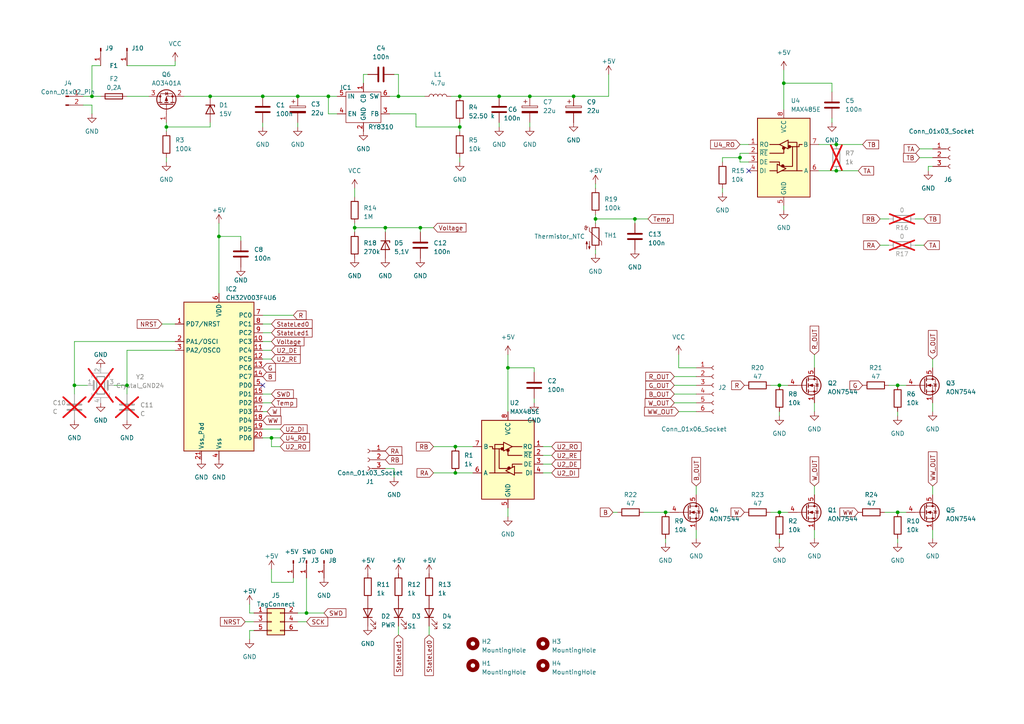
<source format=kicad_sch>
(kicad_sch (version 20230121) (generator eeschema)
  (paper "A4")
  (lib_symbols
    (symbol "Connector:Conn_01x01_Pin" (pin_names (offset 1.016) hide)
      (property "Reference" "J" (at 0 2.54 0))
      (property "Value" "Conn_01x01_Pin" (at 0 -2.54 0))
      (symbol "Conn_01x01_Pin_1_1"
        (pin passive line (at 5.08 0 180) (length 3.81) (name "Pin_1") (number "1"))
      )
    )
    (symbol "Connector:Conn_01x02_Pin" (pin_names (offset 1.016) hide)
      (property "Reference" "J" (at 0 2.54 0))
      (property "Value" "Conn_01x02_Pin" (at 0 -5.08 0))
      (symbol "Conn_01x02_Pin_1_1"
        (pin passive line (at 5.08 0 180) (length 3.81) (name "Pin_1") (number "1"))
        (pin passive line (at 5.08 -2.54 180) (length 3.81) (name "Pin_2") (number "2"))
      )
    )
    (symbol "Connector:Conn_01x03_Socket" (pin_names (offset 1.016) hide)
      (property "Reference" "J" (at 0 5.08 0))
      (property "Value" "Conn_01x03_Socket" (at 0 -5.08 0))
      (symbol "Conn_01x03_Socket_1_1"
        (pin passive line (at -5.08 2.54 0) (length 3.81) (name "Pin_1") (number "1"))
        (pin passive line (at -5.08 0 0) (length 3.81) (name "Pin_2") (number "2"))
        (pin passive line (at -5.08 -2.54 0) (length 3.81) (name "Pin_3") (number "3"))
      )
    )
    (symbol "Connector:Conn_01x06_Socket" (pin_names (offset 1.016) hide)
      (property "Reference" "J" (at 0 7.62 0))
      (property "Value" "Conn_01x06_Socket" (at 0 -10.16 0))
      (symbol "Conn_01x06_Socket_1_1"
        (pin passive line (at -5.08 5.08 0) (length 3.81) (name "Pin_1") (number "1"))
        (pin passive line (at -5.08 2.54 0) (length 3.81) (name "Pin_2") (number "2"))
        (pin passive line (at -5.08 0 0) (length 3.81) (name "Pin_3") (number "3"))
        (pin passive line (at -5.08 -2.54 0) (length 3.81) (name "Pin_4") (number "4"))
        (pin passive line (at -5.08 -5.08 0) (length 3.81) (name "Pin_5") (number "5"))
        (pin passive line (at -5.08 -7.62 0) (length 3.81) (name "Pin_6") (number "6"))
      )
    )
    (symbol "Connector_Generic:Conn_02x03_Odd_Even" (pin_names (offset 1.016) hide)
      (property "Reference" "J" (at 1.27 5.08 0))
      (property "Value" "Conn_02x03_Odd_Even" (at 1.27 -5.08 0))
      (symbol "Conn_02x03_Odd_Even_1_1"
        (pin passive line (at -5.08 2.54 0) (length 3.81) (name "Pin_1") (number "1"))
        (pin passive line (at 7.62 2.54 180) (length 3.81) (name "Pin_2") (number "2"))
        (pin passive line (at -5.08 0 0) (length 3.81) (name "Pin_3") (number "3"))
        (pin passive line (at 7.62 0 180) (length 3.81) (name "Pin_4") (number "4"))
        (pin passive line (at -5.08 -2.54 0) (length 3.81) (name "Pin_5") (number "5"))
        (pin passive line (at 7.62 -2.54 180) (length 3.81) (name "Pin_6") (number "6"))
      )
    )
    (symbol "Device:C" (pin_numbers hide) (pin_names (offset 0.254))
      (property "Reference" "C" (at 0.635 2.54 0))
      (property "Value" "C" (at 0.635 -2.54 0))
      (symbol "C_1_1"
        (pin passive line (at 0 3.81 270) (length 2.794) (name "~") (number "1"))
        (pin passive line (at 0 -3.81 90) (length 2.794) (name "~") (number "2"))
      )
    )
    (symbol "Device:C_Polarized" (pin_numbers hide) (pin_names (offset 0.254))
      (property "Reference" "C" (at 0.635 2.54 0))
      (property "Value" "C_Polarized" (at 0.635 -2.54 0))
      (symbol "C_Polarized_1_1"
        (pin passive line (at 0 3.81 270) (length 2.794) (name "~") (number "1"))
        (pin passive line (at 0 -3.81 90) (length 2.794) (name "~") (number "2"))
      )
    )
    (symbol "Device:Crystal_GND24" (pin_names (offset 1.016) hide)
      (property "Reference" "Y" (at 3.175 5.08 0))
      (property "Value" "Crystal_GND24" (at 3.175 3.175 0))
      (symbol "Crystal_GND24_1_1"
        (pin passive line (at -3.81 0 0) (length 1.27) (name "1") (number "1"))
        (pin passive line (at 0 5.08 270) (length 1.27) (name "2") (number "2"))
        (pin passive line (at 3.81 0 180) (length 1.27) (name "3") (number "3"))
        (pin passive line (at 0 -5.08 90) (length 1.27) (name "4") (number "4"))
      )
    )
    (symbol "Device:D_Zener" (pin_numbers hide) (pin_names (offset 1.016) hide)
      (property "Reference" "D" (at 0 2.54 0))
      (property "Value" "D_Zener" (at 0 -2.54 0))
      (symbol "D_Zener_1_1"
        (pin passive line (at -3.81 0 0) (length 2.54) (name "K") (number "1"))
        (pin passive line (at 3.81 0 180) (length 2.54) (name "A") (number "2"))
      )
    )
    (symbol "Device:Fuse" (pin_numbers hide) (pin_names (offset 0))
      (property "Reference" "F" (at 2.032 0 90))
      (property "Value" "Fuse" (at -1.905 0 90))
      (symbol "Fuse_1_1"
        (pin passive line (at 0 3.81 270) (length 1.27) (name "~") (number "1"))
        (pin passive line (at 0 -3.81 90) (length 1.27) (name "~") (number "2"))
      )
    )
    (symbol "Device:L" (pin_numbers hide) (pin_names (offset 1.016) hide)
      (property "Reference" "L" (at -1.27 0 90))
      (property "Value" "L" (at 1.905 0 90))
      (symbol "L_1_1"
        (pin passive line (at 0 3.81 270) (length 1.27) (name "1") (number "1"))
        (pin passive line (at 0 -3.81 90) (length 1.27) (name "2") (number "2"))
      )
    )
    (symbol "Device:LED" (pin_numbers hide) (pin_names (offset 1.016) hide)
      (property "Reference" "D" (at 0 2.54 0))
      (property "Value" "LED" (at 0 -2.54 0))
      (symbol "LED_1_1"
        (pin passive line (at -3.81 0 0) (length 2.54) (name "K") (number "1"))
        (pin passive line (at 3.81 0 180) (length 2.54) (name "A") (number "2"))
      )
    )
    (symbol "Device:R" (pin_numbers hide) (pin_names (offset 0))
      (property "Reference" "R" (at 2.032 0 90))
      (property "Value" "R" (at 0 0 90))
      (symbol "R_1_1"
        (pin passive line (at 0 3.81 270) (length 1.27) (name "~") (number "1"))
        (pin passive line (at 0 -3.81 90) (length 1.27) (name "~") (number "2"))
      )
    )
    (symbol "Device:Thermistor_NTC" (pin_numbers hide) (pin_names (offset 0))
      (property "Reference" "TH" (at -4.445 0 90))
      (property "Value" "Thermistor_NTC" (at 3.175 0 90))
      (symbol "Thermistor_NTC_1_1"
        (pin passive line (at 0 3.81 270) (length 1.27) (name "~") (number "1"))
        (pin passive line (at 0 -3.81 90) (length 1.27) (name "~") (number "2"))
      )
    )
    (symbol "Interface_UART:MAX485E"
      (property "Reference" "U" (at -6.096 11.43 0))
      (property "Value" "MAX485E" (at 0.762 11.43 0))
      (symbol "MAX485E_1_1"
        (pin output line (at -10.16 2.54 0) (length 2.54) (name "RO") (number "1"))
        (pin input line (at -10.16 0 0) (length 2.54) (name "~{RE}") (number "2"))
        (pin input line (at -10.16 -2.54 0) (length 2.54) (name "DE") (number "3"))
        (pin input line (at -10.16 -5.08 0) (length 2.54) (name "DI") (number "4"))
        (pin power_in line (at 0 -15.24 90) (length 2.54) (name "GND") (number "5"))
        (pin bidirectional line (at 10.16 -5.08 180) (length 2.54) (name "A") (number "6"))
        (pin bidirectional line (at 10.16 2.54 180) (length 2.54) (name "B") (number "7"))
        (pin power_in line (at 0 12.7 270) (length 2.54) (name "VCC") (number "8"))
      )
    )
    (symbol "Mechanical:MountingHole" (pin_names (offset 1.016))
      (property "Reference" "H" (at 0 5.08 0))
      (property "Value" "MountingHole" (at 0 3.175 0))
    )
    (symbol "Techbeard:RY8310"
      (property "Reference" "IC" (at -5.08 6.35 0))
      (property "Value" "RY8310" (at 5.08 6.35 0))
      (symbol "RY8310_1_1"
        (pin input line (at 0 7.62 270) (length 2.54) (name "CB") (number "1"))
        (pin input line (at 0 -6.35 90) (length 2.54) (name "GND") (number "2"))
        (pin input line (at 7.62 -1.27 180) (length 2.54) (name "FB") (number "3"))
        (pin input line (at -7.62 -1.27 0) (length 2.54) (name "EN") (number "4"))
        (pin input line (at -7.62 3.81 0) (length 2.54) (name "IN") (number "5"))
        (pin input line (at 7.62 3.81 180) (length 2.54) (name "SW") (number "6"))
      )
    )
    (symbol "Transistor_FET:AO3401A" (pin_names hide)
      (property "Reference" "Q" (at 5.08 1.905 0))
      (property "Value" "AO3401A" (at 5.08 0 0))
      (symbol "AO3401A_1_1"
        (pin input line (at -5.08 0 0) (length 2.54) (name "G") (number "1"))
        (pin passive line (at 2.54 -5.08 90) (length 2.54) (name "S") (number "2"))
        (pin passive line (at 2.54 5.08 270) (length 2.54) (name "D") (number "3"))
      )
    )
    (symbol "Transistor_FET:BSC118N10NSG" (pin_names hide)
      (property "Reference" "Q" (at 5.08 1.905 0))
      (property "Value" "BSC118N10NSG" (at 5.08 0 0))
      (symbol "BSC118N10NSG_1_1"
        (pin passive line (at 2.54 -5.08 90) (length 2.54) (name "S") (number "1"))
        (pin passive line (at 2.54 -5.08 90) (length 2.54) hide (name "S") (number "2"))
        (pin passive line (at 2.54 -5.08 90) (length 2.54) hide (name "S") (number "3"))
        (pin passive line (at -5.08 0 0) (length 2.54) (name "G") (number "4"))
        (pin passive line (at 2.54 5.08 270) (length 2.54) (name "D") (number "5"))
      )
    )
    (symbol "WCH:CH32V003F4U6"
      (property "Reference" "IC" (at 6.35 8.89 0))
      (property "Value" "CH32V003F4U6" (at 12.7 6.35 0))
      (symbol "CH32V003F4U6_1_1"
        (pin input line (at -12.7 -1.27 0) (length 2.54) (name "PD7/NRST") (number "1"))
        (pin input line (at 12.7 -6.35 180) (length 2.54) (name "PC3") (number "10"))
        (pin input line (at 12.7 -8.89 180) (length 2.54) (name "PC4") (number "11"))
        (pin input line (at 12.7 -11.43 180) (length 2.54) (name "PC5") (number "12"))
        (pin input line (at 12.7 -13.97 180) (length 2.54) (name "PC6") (number "13"))
        (pin input line (at 12.7 -16.51 180) (length 2.54) (name "PC7") (number "14"))
        (pin input line (at 12.7 -21.59 180) (length 2.54) (name "PD1") (number "15"))
        (pin input line (at 12.7 -24.13 180) (length 2.54) (name "PD2") (number "16"))
        (pin input line (at 12.7 -26.67 180) (length 2.54) (name "PD3") (number "17"))
        (pin input line (at 12.7 -29.21 180) (length 2.54) (name "PD4") (number "18"))
        (pin input line (at 12.7 -31.75 180) (length 2.54) (name "PD5") (number "19"))
        (pin input line (at -12.7 -6.35 0) (length 2.54) (name "PA1/OSCI") (number "2"))
        (pin input line (at 12.7 -34.29 180) (length 2.54) (name "PD6") (number "20"))
        (pin input line (at -5.08 -40.64 90) (length 2.54) (name "Vss_Pad") (number "21"))
        (pin input line (at -12.7 -8.89 0) (length 2.54) (name "PA2/OSCO") (number "3"))
        (pin input line (at 0 -40.64 90) (length 2.54) (name "Vss") (number "4"))
        (pin input line (at 12.7 -19.05 180) (length 2.54) (name "PD0") (number "5"))
        (pin input line (at 0 7.62 270) (length 2.54) (name "VDD") (number "6"))
        (pin input line (at 12.7 1.27 180) (length 2.54) (name "PC0") (number "7"))
        (pin input line (at 12.7 -1.27 180) (length 2.54) (name "PC1") (number "8"))
        (pin input line (at 12.7 -3.81 180) (length 2.54) (name "PC2") (number "9"))
      )
    )
    (symbol "power:+5V" (power) (pin_names (offset 0))
      (property "Value" "+5V" (at 0 3.556 0))
      (symbol "+5V_1_1"
        (pin power_in line (at 0 0 90) (length 0) hide (name "+5V") (number "1"))
      )
    )
    (symbol "power:GND" (power) (pin_names (offset 0))
      (property "Value" "GND" (at 0 -3.81 0))
      (symbol "GND_1_1"
        (pin power_in line (at 0 0 270) (length 0) hide (name "GND") (number "1"))
      )
    )
    (symbol "power:VCC" (power) (pin_names (offset 0))
      (property "Value" "VCC" (at 0 3.81 0))
      (symbol "VCC_1_1"
        (pin power_in line (at 0 0 90) (length 0) hide (name "VCC") (number "1"))
      )
    )
  )
  (junction (at 133.35 27.94))
  (junction (at 88.9 177.8))
  (junction (at 48.26 36.83))
  (junction (at 76.2 27.94))
  (junction (at 260.35 148.59))
  (junction (at 78.74 127))
  (junction (at 115.57 27.94))
  (junction (at 147.32 106.68))
  (junction (at 60.96 27.94))
  (junction (at 21.59 111.76))
  (junction (at 121.92 66.04))
  (junction (at 242.57 49.53))
  (junction (at 242.57 41.91))
  (junction (at 226.06 148.59))
  (junction (at 260.35 111.76))
  (junction (at 63.5 68.58))
  (junction (at 226.06 111.76))
  (junction (at 86.36 27.94))
  (junction (at 172.72 63.5))
  (junction (at 132.08 137.16))
  (junction (at 102.87 66.04))
  (junction (at 214.63 45.72))
  (junction (at 133.35 36.83))
  (junction (at 153.67 27.94))
  (junction (at 95.25 27.94))
  (junction (at 111.76 66.04))
  (junction (at 26.67 27.94))
  (junction (at 36.83 111.76))
  (junction (at 227.33 24.13))
  (junction (at 132.08 129.54))
  (junction (at 144.78 27.94))
  (junction (at 184.15 63.5))
  (junction (at 166.37 27.94))
  (junction (at 193.04 148.59))
  (no_connect (at 217.17 49.53))
  (no_connect (at 76.2 111.76))
  (wire (pts (xy 236.22 153.67) (xy 236.22 156.21)))
  (wire (pts (xy 269.24 48.26) (xy 270.51 48.26)))
  (wire (pts (xy 166.37 27.94) (xy 176.53 27.94)))
  (wire (pts (xy 72.39 182.88) (xy 73.66 182.88)))
  (wire (pts (xy 226.06 111.76) (xy 228.6 111.76)))
  (wire (pts (xy 46.99 93.98) (xy 50.8 93.98)))
  (wire (pts (xy 132.08 137.16) (xy 137.16 137.16)))
  (wire (pts (xy 63.5 64.77) (xy 63.5 68.58)))
  (wire (pts (xy 63.5 68.58) (xy 69.85 68.58)))
  (wire (pts (xy 115.57 21.59) (xy 115.57 27.94)))
  (wire (pts (xy 176.53 21.59) (xy 176.53 27.94)))
  (wire (pts (xy 26.67 19.05) (xy 26.67 27.94)))
  (wire (pts (xy 266.7 45.72) (xy 270.51 45.72)))
  (wire (pts (xy 255.27 71.12) (xy 257.81 71.12)))
  (wire (pts (xy 125.73 129.54) (xy 132.08 129.54)))
  (wire (pts (xy 260.35 111.76) (xy 262.89 111.76)))
  (wire (pts (xy 270.51 140.97) (xy 270.51 143.51)))
  (wire (pts (xy 160.02 137.16) (xy 157.48 137.16)))
  (wire (pts (xy 105.41 21.59) (xy 106.68 21.59)))
  (wire (pts (xy 177.8 148.59) (xy 179.07 148.59)))
  (wire (pts (xy 144.78 35.56) (xy 144.78 36.83)))
  (wire (pts (xy 153.67 35.56) (xy 153.67 36.83)))
  (wire (pts (xy 209.55 54.61) (xy 209.55 55.88)))
  (wire (pts (xy 184.15 64.77) (xy 184.15 63.5)))
  (wire (pts (xy 86.36 35.56) (xy 86.36 36.83)))
  (wire (pts (xy 196.85 119.38) (xy 201.93 119.38)))
  (wire (pts (xy 121.92 66.04) (xy 125.73 66.04)))
  (wire (pts (xy 88.9 177.8) (xy 93.98 177.8)))
  (wire (pts (xy 236.22 116.84) (xy 236.22 119.38)))
  (wire (pts (xy 36.83 111.76) (xy 36.83 114.3)))
  (wire (pts (xy 36.83 27.94) (xy 43.18 27.94)))
  (wire (pts (xy 26.67 27.94) (xy 29.21 27.94)))
  (wire (pts (xy 226.06 148.59) (xy 228.6 148.59)))
  (wire (pts (xy 237.49 49.53) (xy 242.57 49.53)))
  (wire (pts (xy 133.35 27.94) (xy 144.78 27.94)))
  (wire (pts (xy 102.87 64.77) (xy 102.87 66.04)))
  (wire (pts (xy 77.47 119.38) (xy 76.2 119.38)))
  (wire (pts (xy 147.32 106.68) (xy 147.32 119.38)))
  (wire (pts (xy 63.5 68.58) (xy 63.5 85.09)))
  (wire (pts (xy 147.32 102.87) (xy 147.32 106.68)))
  (wire (pts (xy 26.67 30.48) (xy 26.67 33.02)))
  (wire (pts (xy 241.3 26.67) (xy 241.3 24.13)))
  (wire (pts (xy 86.36 177.8) (xy 88.9 177.8)))
  (wire (pts (xy 114.3 21.59) (xy 115.57 21.59)))
  (wire (pts (xy 76.2 116.84) (xy 78.74 116.84)))
  (wire (pts (xy 24.13 30.48) (xy 26.67 30.48)))
  (wire (pts (xy 111.76 66.04) (xy 111.76 67.31)))
  (wire (pts (xy 267.97 71.12) (xy 265.43 71.12)))
  (wire (pts (xy 21.59 99.06) (xy 21.59 111.76)))
  (wire (pts (xy 36.83 101.6) (xy 36.83 111.76)))
  (wire (pts (xy 160.02 132.08) (xy 157.48 132.08)))
  (wire (pts (xy 78.74 96.52) (xy 76.2 96.52)))
  (wire (pts (xy 226.06 156.21) (xy 226.06 157.48)))
  (wire (pts (xy 60.96 35.56) (xy 60.96 36.83)))
  (wire (pts (xy 88.9 167.64) (xy 88.9 177.8)))
  (wire (pts (xy 121.92 67.31) (xy 121.92 66.04)))
  (wire (pts (xy 260.35 156.21) (xy 260.35 157.48)))
  (wire (pts (xy 196.85 106.68) (xy 196.85 102.87)))
  (wire (pts (xy 69.85 69.85) (xy 69.85 68.58)))
  (wire (pts (xy 86.36 27.94) (xy 95.25 27.94)))
  (wire (pts (xy 186.69 148.59) (xy 193.04 148.59)))
  (wire (pts (xy 226.06 119.38) (xy 226.06 120.65)))
  (wire (pts (xy 115.57 184.15) (xy 115.57 181.61)))
  (wire (pts (xy 172.72 62.23) (xy 172.72 63.5)))
  (wire (pts (xy 201.93 153.67) (xy 201.93 156.21)))
  (wire (pts (xy 21.59 111.76) (xy 25.4 111.76)))
  (wire (pts (xy 76.2 114.3) (xy 78.74 114.3)))
  (wire (pts (xy 195.58 111.76) (xy 201.93 111.76)))
  (wire (pts (xy 102.87 54.61) (xy 102.87 57.15)))
  (wire (pts (xy 227.33 24.13) (xy 241.3 24.13)))
  (wire (pts (xy 214.63 44.45) (xy 214.63 45.72)))
  (wire (pts (xy 217.17 41.91) (xy 214.63 41.91)))
  (wire (pts (xy 48.26 45.72) (xy 48.26 46.99)))
  (wire (pts (xy 153.67 27.94) (xy 166.37 27.94)))
  (wire (pts (xy 242.57 41.91) (xy 250.19 41.91)))
  (wire (pts (xy 76.2 104.14) (xy 78.74 104.14)))
  (wire (pts (xy 209.55 45.72) (xy 209.55 46.99)))
  (wire (pts (xy 193.04 148.59) (xy 194.31 148.59)))
  (wire (pts (xy 214.63 45.72) (xy 214.63 46.99)))
  (wire (pts (xy 124.46 184.15) (xy 124.46 181.61)))
  (wire (pts (xy 154.94 107.95) (xy 154.94 106.68)))
  (wire (pts (xy 78.74 93.98) (xy 76.2 93.98)))
  (wire (pts (xy 196.85 106.68) (xy 201.93 106.68)))
  (wire (pts (xy 147.32 147.32) (xy 147.32 149.86)))
  (wire (pts (xy 81.28 129.54) (xy 78.74 129.54)))
  (wire (pts (xy 102.87 66.04) (xy 102.87 67.31)))
  (wire (pts (xy 125.73 137.16) (xy 132.08 137.16)))
  (wire (pts (xy 113.03 33.02) (xy 120.65 33.02)))
  (wire (pts (xy 95.25 27.94) (xy 97.79 27.94)))
  (wire (pts (xy 266.7 43.18) (xy 270.51 43.18)))
  (wire (pts (xy 21.59 114.3) (xy 21.59 111.76)))
  (wire (pts (xy 269.24 49.53) (xy 269.24 48.26)))
  (wire (pts (xy 242.57 49.53) (xy 248.92 49.53)))
  (wire (pts (xy 257.81 111.76) (xy 260.35 111.76)))
  (wire (pts (xy 97.79 33.02) (xy 95.25 33.02)))
  (wire (pts (xy 113.03 27.94) (xy 115.57 27.94)))
  (wire (pts (xy 227.33 20.32) (xy 227.33 24.13)))
  (wire (pts (xy 209.55 45.72) (xy 214.63 45.72)))
  (wire (pts (xy 72.39 177.8) (xy 73.66 177.8)))
  (wire (pts (xy 236.22 102.87) (xy 236.22 106.68)))
  (wire (pts (xy 270.51 104.14) (xy 270.51 106.68)))
  (wire (pts (xy 267.97 63.5) (xy 265.43 63.5)))
  (wire (pts (xy 33.02 111.76) (xy 36.83 111.76)))
  (wire (pts (xy 48.26 35.56) (xy 48.26 36.83)))
  (wire (pts (xy 201.93 140.97) (xy 201.93 143.51)))
  (wire (pts (xy 172.72 63.5) (xy 172.72 64.77)))
  (wire (pts (xy 29.21 19.05) (xy 26.67 19.05)))
  (wire (pts (xy 72.39 185.42) (xy 72.39 182.88)))
  (wire (pts (xy 172.72 72.39) (xy 172.72 73.66)))
  (wire (pts (xy 86.36 180.34) (xy 88.9 180.34)))
  (wire (pts (xy 50.8 19.05) (xy 50.8 17.78)))
  (wire (pts (xy 154.94 115.57) (xy 154.94 116.84)))
  (wire (pts (xy 160.02 134.62) (xy 157.48 134.62)))
  (wire (pts (xy 76.2 101.6) (xy 78.74 101.6)))
  (wire (pts (xy 270.51 116.84) (xy 270.51 119.38)))
  (wire (pts (xy 50.8 99.06) (xy 21.59 99.06)))
  (wire (pts (xy 111.76 135.89) (xy 114.3 135.89)))
  (wire (pts (xy 133.35 36.83) (xy 133.35 38.1)))
  (wire (pts (xy 236.22 140.97) (xy 236.22 143.51)))
  (wire (pts (xy 120.65 33.02) (xy 120.65 36.83)))
  (wire (pts (xy 48.26 36.83) (xy 48.26 38.1)))
  (wire (pts (xy 60.96 36.83) (xy 48.26 36.83)))
  (wire (pts (xy 195.58 114.3) (xy 201.93 114.3)))
  (wire (pts (xy 76.2 27.94) (xy 86.36 27.94)))
  (wire (pts (xy 172.72 53.34) (xy 172.72 54.61)))
  (wire (pts (xy 227.33 24.13) (xy 227.33 31.75)))
  (wire (pts (xy 36.83 101.6) (xy 50.8 101.6)))
  (wire (pts (xy 195.58 116.84) (xy 201.93 116.84)))
  (wire (pts (xy 71.12 180.34) (xy 73.66 180.34)))
  (wire (pts (xy 78.74 165.1) (xy 78.74 168.91)))
  (wire (pts (xy 78.74 129.54) (xy 78.74 127)))
  (wire (pts (xy 270.51 153.67) (xy 270.51 156.21)))
  (wire (pts (xy 130.81 27.94) (xy 133.35 27.94)))
  (wire (pts (xy 260.35 148.59) (xy 262.89 148.59)))
  (wire (pts (xy 78.74 127) (xy 81.28 127)))
  (wire (pts (xy 76.2 99.06) (xy 78.74 99.06)))
  (wire (pts (xy 76.2 124.46) (xy 81.28 124.46)))
  (wire (pts (xy 217.17 44.45) (xy 214.63 44.45)))
  (wire (pts (xy 227.33 59.69) (xy 227.33 60.96)))
  (wire (pts (xy 217.17 46.99) (xy 214.63 46.99)))
  (wire (pts (xy 76.2 127) (xy 78.74 127)))
  (wire (pts (xy 78.74 168.91) (xy 85.09 168.91)))
  (wire (pts (xy 132.08 129.54) (xy 137.16 129.54)))
  (wire (pts (xy 144.78 27.94) (xy 153.67 27.94)))
  (wire (pts (xy 76.2 35.56) (xy 76.2 36.83)))
  (wire (pts (xy 53.34 27.94) (xy 60.96 27.94)))
  (wire (pts (xy 72.39 175.26) (xy 72.39 177.8)))
  (wire (pts (xy 260.35 119.38) (xy 260.35 120.65)))
  (wire (pts (xy 195.58 109.22) (xy 201.93 109.22)))
  (wire (pts (xy 121.92 66.04) (xy 111.76 66.04)))
  (wire (pts (xy 85.09 168.91) (xy 85.09 167.64)))
  (wire (pts (xy 147.32 106.68) (xy 154.94 106.68)))
  (wire (pts (xy 95.25 33.02) (xy 95.25 27.94)))
  (wire (pts (xy 120.65 36.83) (xy 133.35 36.83)))
  (wire (pts (xy 256.54 148.59) (xy 260.35 148.59)))
  (wire (pts (xy 193.04 156.21) (xy 193.04 157.48)))
  (wire (pts (xy 114.3 135.89) (xy 114.3 138.43)))
  (wire (pts (xy 115.57 27.94) (xy 123.19 27.94)))
  (wire (pts (xy 24.13 27.94) (xy 26.67 27.94)))
  (wire (pts (xy 111.76 66.04) (xy 102.87 66.04)))
  (wire (pts (xy 60.96 27.94) (xy 76.2 27.94)))
  (wire (pts (xy 223.52 148.59) (xy 226.06 148.59)))
  (wire (pts (xy 105.41 21.59) (xy 105.41 24.13)))
  (wire (pts (xy 223.52 111.76) (xy 226.06 111.76)))
  (wire (pts (xy 184.15 63.5) (xy 172.72 63.5)))
  (wire (pts (xy 76.2 91.44) (xy 85.09 91.44)))
  (wire (pts (xy 237.49 41.91) (xy 242.57 41.91)))
  (wire (pts (xy 241.3 34.29) (xy 241.3 35.56)))
  (wire (pts (xy 255.27 63.5) (xy 257.81 63.5)))
  (wire (pts (xy 36.83 19.05) (xy 50.8 19.05)))
  (wire (pts (xy 133.35 35.56) (xy 133.35 36.83)))
  (wire (pts (xy 184.15 63.5) (xy 187.96 63.5)))
  (wire (pts (xy 157.48 129.54) (xy 160.02 129.54)))
  (wire (pts (xy 133.35 45.72) (xy 133.35 46.99)))
  (global_label "W_OUT" (shape input) (at 195.58 116.84 180) (property "Intersheetrefs" "${INTERSHEET_REFS}" (effects hide)))
  (global_label "Voltage" (shape input) (at 125.73 66.04 0) (property "Intersheetrefs" "${INTERSHEET_REFS}" (effects hide)))
  (global_label "StateLed0" (shape input) (at 78.74 93.98 0) (property "Intersheetrefs" "${INTERSHEET_REFS}" (effects hide)))
  (global_label "R" (shape input) (at 215.9 111.76 180) (property "Intersheetrefs" "${INTERSHEET_REFS}" (effects hide)))
  (global_label "StateLed1" (shape input) (at 78.74 96.52 0) (property "Intersheetrefs" "${INTERSHEET_REFS}" (effects hide)))
  (global_label "Voltage" (shape input) (at 78.74 99.06 0) (property "Intersheetrefs" "${INTERSHEET_REFS}" (effects hide)))
  (global_label "U4_RO" (shape input) (at 81.28 127 0) (property "Intersheetrefs" "${INTERSHEET_REFS}" (effects hide)))
  (global_label "WW" (shape input) (at 76.2 121.92 0) (property "Intersheetrefs" "${INTERSHEET_REFS}" (effects hide)))
  (global_label "G_OUT" (shape input) (at 270.51 104.14 90) (property "Intersheetrefs" "${INTERSHEET_REFS}" (effects hide)))
  (global_label "SCK" (shape input) (at 88.9 180.34 0) (property "Intersheetrefs" "${INTERSHEET_REFS}" (effects hide)))
  (global_label "R_OUT" (shape input) (at 195.58 109.22 180) (property "Intersheetrefs" "${INTERSHEET_REFS}" (effects hide)))
  (global_label "U2_DE" (shape input) (at 160.02 134.62 0) (property "Intersheetrefs" "${INTERSHEET_REFS}" (effects hide)))
  (global_label "SWD" (shape input) (at 78.74 114.3 0) (property "Intersheetrefs" "${INTERSHEET_REFS}" (effects hide)))
  (global_label "WW_OUT" (shape input) (at 196.85 119.38 180) (property "Intersheetrefs" "${INTERSHEET_REFS}" (effects hide)))
  (global_label "RA" (shape input) (at 255.27 71.12 180) (property "Intersheetrefs" "${INTERSHEET_REFS}" (effects hide)))
  (global_label "U2_DI" (shape input) (at 81.28 124.46 0) (property "Intersheetrefs" "${INTERSHEET_REFS}" (effects hide)))
  (global_label "B" (shape input) (at 177.8 148.59 180) (property "Intersheetrefs" "${INTERSHEET_REFS}" (effects hide)))
  (global_label "TA" (shape input) (at 248.92 49.53 0) (property "Intersheetrefs" "${INTERSHEET_REFS}" (effects hide)))
  (global_label "U2_RE" (shape input) (at 160.02 132.08 0) (property "Intersheetrefs" "${INTERSHEET_REFS}" (effects hide)))
  (global_label "TA" (shape input) (at 267.97 71.12 0) (property "Intersheetrefs" "${INTERSHEET_REFS}" (effects hide)))
  (global_label "U4_RO" (shape input) (at 214.63 41.91 180) (property "Intersheetrefs" "${INTERSHEET_REFS}" (effects hide)))
  (global_label "NRST" (shape input) (at 46.99 93.98 180) (property "Intersheetrefs" "${INTERSHEET_REFS}" (effects hide)))
  (global_label "TA" (shape input) (at 266.7 43.18 180) (property "Intersheetrefs" "${INTERSHEET_REFS}" (effects hide)))
  (global_label "RB" (shape input) (at 125.73 129.54 180) (property "Intersheetrefs" "${INTERSHEET_REFS}" (effects hide)))
  (global_label "G" (shape input) (at 76.2 106.68 0) (property "Intersheetrefs" "${INTERSHEET_REFS}" (effects hide)))
  (global_label "WW" (shape input) (at 248.92 148.59 180) (property "Intersheetrefs" "${INTERSHEET_REFS}" (effects hide)))
  (global_label "RA" (shape input) (at 125.73 137.16 180) (property "Intersheetrefs" "${INTERSHEET_REFS}" (effects hide)))
  (global_label "U2_RO" (shape input) (at 160.02 129.54 0) (property "Intersheetrefs" "${INTERSHEET_REFS}" (effects hide)))
  (global_label "U2_DI" (shape input) (at 160.02 137.16 0) (property "Intersheetrefs" "${INTERSHEET_REFS}" (effects hide)))
  (global_label "W" (shape input) (at 215.9 148.59 180) (property "Intersheetrefs" "${INTERSHEET_REFS}" (effects hide)))
  (global_label "RB" (shape input) (at 255.27 63.5 180) (property "Intersheetrefs" "${INTERSHEET_REFS}" (effects hide)))
  (global_label "Temp" (shape input) (at 78.74 116.84 0) (property "Intersheetrefs" "${INTERSHEET_REFS}" (effects hide)))
  (global_label "W_OUT" (shape input) (at 236.22 140.97 90) (property "Intersheetrefs" "${INTERSHEET_REFS}" (effects hide)))
  (global_label "StateLed0" (shape input) (at 124.46 184.15 270) (property "Intersheetrefs" "${INTERSHEET_REFS}" (effects hide)))
  (global_label "U2_DE" (shape input) (at 78.74 101.6 0) (property "Intersheetrefs" "${INTERSHEET_REFS}" (effects hide)))
  (global_label "TB" (shape input) (at 267.97 63.5 0) (property "Intersheetrefs" "${INTERSHEET_REFS}" (effects hide)))
  (global_label "NRST" (shape input) (at 71.12 180.34 180) (property "Intersheetrefs" "${INTERSHEET_REFS}" (effects hide)))
  (global_label "TB" (shape input) (at 266.7 45.72 180) (property "Intersheetrefs" "${INTERSHEET_REFS}" (effects hide)))
  (global_label "R" (shape input) (at 85.09 91.44 0) (property "Intersheetrefs" "${INTERSHEET_REFS}" (effects hide)))
  (global_label "B_OUT" (shape input) (at 201.93 140.97 90) (property "Intersheetrefs" "${INTERSHEET_REFS}" (effects hide)))
  (global_label "SWD" (shape input) (at 93.98 177.8 0) (property "Intersheetrefs" "${INTERSHEET_REFS}" (effects hide)))
  (global_label "RA" (shape input) (at 111.76 130.81 0) (property "Intersheetrefs" "${INTERSHEET_REFS}" (effects hide)))
  (global_label "B_OUT" (shape input) (at 195.58 114.3 180) (property "Intersheetrefs" "${INTERSHEET_REFS}" (effects hide)))
  (global_label "U2_RO" (shape input) (at 81.28 129.54 0) (property "Intersheetrefs" "${INTERSHEET_REFS}" (effects hide)))
  (global_label "R_OUT" (shape input) (at 236.22 102.87 90) (property "Intersheetrefs" "${INTERSHEET_REFS}" (effects hide)))
  (global_label "G_OUT" (shape input) (at 195.58 111.76 180) (property "Intersheetrefs" "${INTERSHEET_REFS}" (effects hide)))
  (global_label "TB" (shape input) (at 250.19 41.91 0) (property "Intersheetrefs" "${INTERSHEET_REFS}" (effects hide)))
  (global_label "RB" (shape input) (at 111.76 133.35 0) (property "Intersheetrefs" "${INTERSHEET_REFS}" (effects hide)))
  (global_label "WW_OUT" (shape input) (at 270.51 140.97 90) (property "Intersheetrefs" "${INTERSHEET_REFS}" (effects hide)))
  (global_label "U2_RE" (shape input) (at 78.74 104.14 0) (property "Intersheetrefs" "${INTERSHEET_REFS}" (effects hide)))
  (global_label "Temp" (shape input) (at 187.96 63.5 0) (property "Intersheetrefs" "${INTERSHEET_REFS}" (effects hide)))
  (global_label "B" (shape input) (at 76.2 109.22 0) (property "Intersheetrefs" "${INTERSHEET_REFS}" (effects hide)))
  (global_label "W" (shape input) (at 77.47 119.38 0) (property "Intersheetrefs" "${INTERSHEET_REFS}" (effects hide)))
  (global_label "G" (shape input) (at 250.19 111.76 180) (property "Intersheetrefs" "${INTERSHEET_REFS}" (effects hide)))
  (global_label "StateLed1" (shape input) (at 115.57 184.15 270) (property "Intersheetrefs" "${INTERSHEET_REFS}" (effects hide)))
  (symbol (lib_id "power:GND") (at 106.68 181.61 0) (unit 1)
    (property "Reference" "#PWR044" (effects hide))
    (property "Value" "GND" (at 106.68 186.69 0))
  )
  (symbol (lib_id "Device:R") (at 48.26 41.91 0) (unit 1)
    (property "Reference" "R3" (at 50.8 40.6399 0) (effects (justify left)))
    (property "Value" "100k" (at 50.8 43.1799 0) (effects (justify left)))
    (property "Footprint" "Resistor_SMD:R_0402_1005Metric" (effects hide))
  )
  (symbol (lib_id "power:GND") (at 236.22 156.21 0) (unit 1)
    (property "Reference" "#PWR023" (effects hide))
    (property "Value" "GND" (at 236.22 161.29 0))
  )
  (symbol (lib_id "power:+5V") (at 147.32 102.87 0) (unit 1)
    (property "Reference" "#PWR09" (effects hide))
    (property "Value" "+5V" (at 147.32 97.79 0))
  )
  (symbol (lib_id "Connector:Conn_01x01_Pin") (at 36.83 13.97 270) (unit 1)
    (property "Reference" "J10" (at 38.1 13.97 90) (effects (justify left)))
    (property "Value" "F1" (at 31.75 19.05 90) (effects (justify left)))
    (property "Footprint" "Techbeard:Fuseholder C3130" (effects hide))
  )
  (symbol (lib_id "power:GND") (at 241.3 35.56 0) (unit 1)
    (property "Reference" "#PWR025" (effects hide))
    (property "Value" "GND" (at 241.3 40.64 0))
  )
  (symbol (lib_id "Device:R") (at 226.06 152.4 180) (unit 1)
    (property "Reference" "R2" (at 228.6 151.1299 0) (effects (justify right)))
    (property "Value" "10k" (at 228.6 153.6699 0) (effects (justify right)))
    (property "Footprint" "Resistor_SMD:R_0402_1005Metric" (effects hide))
  )
  (symbol (lib_id "Device:R") (at 182.88 148.59 90) (unit 1)
    (property "Reference" "R22" (at 182.88 143.51 90))
    (property "Value" "47" (at 182.88 146.05 90))
    (property "Footprint" "Resistor_SMD:R_0402_1005Metric" (effects hide))
  )
  (symbol (lib_id "Device:R") (at 102.87 71.12 0) (unit 1)
    (property "Reference" "R18" (at 105.41 70.485 0) (effects (justify left)))
    (property "Value" "270k" (at 105.41 73.025 0) (effects (justify left)))
    (property "Footprint" "Resistor_SMD:R_0402_1005Metric" (effects hide))
  )
  (symbol (lib_id "Mechanical:MountingHole") (at 157.48 193.04 0) (unit 1)
    (property "Reference" "H4" (at 160.02 192.405 0) (effects (justify left)))
    (property "Value" "MountingHole" (at 160.02 194.945 0) (effects (justify left)))
    (property "Footprint" "MountingHole:MountingHole_3.2mm_M3" (effects hide))
  )
  (symbol (lib_id "Interface_UART:MAX485E") (at 147.32 132.08 0) (mirror y) (unit 1)
    (property "Reference" "U2" (at 147.8406 116.84 0) (effects (justify right)))
    (property "Value" "MAX485E" (at 147.8406 119.38 0) (effects (justify right)))
    (property "Footprint" "Package_SO:SOIC-8_3.9x4.9mm_P1.27mm" (effects hide))
    (property "Datasheet" "https://datasheets.maximintegrated.com/en/ds/MAX1487E-MAX491E.pdf" (effects hide))
  )
  (symbol (lib_id "Device:C") (at 121.92 71.12 0) (unit 1)
    (property "Reference" "C12" (at 125.73 70.485 0) (effects (justify left)))
    (property "Value" "100n" (at 125.73 73.025 0) (effects (justify left)))
    (property "Footprint" "Capacitor_SMD:C_0402_1005Metric" (effects hide))
  )
  (symbol (lib_id "Connector:Conn_01x01_Pin") (at 85.09 162.56 270) (unit 1)
    (property "Reference" "J7" (at 86.36 162.56 90) (effects (justify left)))
    (property "Value" "+5V" (at 82.55 160.02 90) (effects (justify left)))
    (property "Footprint" "TestPoint:TestPoint_Pad_1.5x1.5mm" (effects hide))
  )
  (symbol (lib_id "power:GND") (at 105.41 38.1 0) (unit 1)
    (property "Reference" "#PWR015" (effects hide))
    (property "Value" "GND" (at 105.41 43.18 0))
  )
  (symbol (lib_id "power:GND") (at 154.94 116.84 0) (unit 1)
    (property "Reference" "#PWR011" (effects hide))
    (property "Value" "GND" (at 154.94 121.92 0))
  )
  (symbol (lib_id "Connector_Generic:Conn_02x03_Odd_Even") (at 78.74 180.34 0) (unit 1)
    (property "Reference" "J5" (at 80.01 172.72 0))
    (property "Value" "TagConnect" (at 80.01 175.26 0))
    (property "Footprint" "Connector:Tag-Connect_TC2030-IDC-NL_2x03_P1.27mm_Vertical" (effects hide))
  )
  (symbol (lib_id "Connector:Conn_01x01_Pin") (at 88.9 162.56 270) (unit 1)
    (property "Reference" "J3" (at 90.17 162.56 90) (effects (justify left)))
    (property "Value" "SWD" (at 87.63 160.02 90) (effects (justify left)))
    (property "Footprint" "TestPoint:TestPoint_Pad_1.5x1.5mm" (effects hide))
  )
  (symbol (lib_id "power:+5V") (at 106.68 166.37 0) (unit 1)
    (property "Reference" "#PWR041" (effects hide))
    (property "Value" "+5V" (at 106.68 162.56 0))
  )
  (symbol (lib_id "power:GND") (at 193.04 157.48 0) (unit 1)
    (property "Reference" "#PWR034" (effects hide))
    (property "Value" "GND" (at 193.04 162.56 0))
  )
  (symbol (lib_id "Device:R") (at 242.57 45.72 0) (unit 1) (dnp yes)
    (property "Reference" "R7" (at 245.11 44.4499 0) (effects (justify left)))
    (property "Value" "1k" (at 245.11 46.9899 0) (effects (justify left)))
    (property "Footprint" "Capacitor_SMD:C_0402_1005Metric" (effects hide))
  )
  (symbol (lib_id "Device:C") (at 110.49 21.59 90) (unit 1)
    (property "Reference" "C4" (at 110.49 13.97 90))
    (property "Value" "100n" (at 110.49 16.51 90))
    (property "Footprint" "Capacitor_SMD:C_0402_1005Metric" (effects hide))
  )
  (symbol (lib_id "WCH:CH32V003F4U6") (at 63.5 92.71 0) (unit 1)
    (property "Reference" "IC2" (at 65.4559 83.82 0) (effects (justify left)))
    (property "Value" "CH32V003F4U6" (at 65.4559 86.36 0) (effects (justify left)))
    (property "Footprint" "Package_DFN_QFN:QFN-20-1EP_3x3mm_P0.4mm_EP1.65x1.65mm_ThermalVias" (effects hide))
  )
  (symbol (lib_id "power:GND") (at 29.21 106.68 180) (unit 1)
    (property "Reference" "#PWR046" (effects hide))
    (property "Value" "GND" (at 29.21 102.87 0))
  )
  (symbol (lib_id "Connector:Conn_01x02_Pin") (at 19.05 27.94 0) (unit 1)
    (property "Reference" "J4" (at 19.685 24.13 0))
    (property "Value" "Conn_01x02_Pin" (at 19.685 26.67 0))
    (property "Footprint" "TerminalBlock_Phoenix:TerminalBlock_Phoenix_MKDS-1,5-2_1x02_P5.00mm_Horizontal" (effects hide))
  )
  (symbol (lib_id "power:GND") (at 58.42 133.35 0) (unit 1)
    (property "Reference" "#PWR029" (effects hide))
    (property "Value" "GND" (at 58.42 138.43 0))
  )
  (symbol (lib_id "Device:R") (at 260.35 115.57 180) (unit 1)
    (property "Reference" "R6" (at 262.89 114.2999 0) (effects (justify right)))
    (property "Value" "10k" (at 262.89 116.8399 0) (effects (justify right)))
    (property "Footprint" "Resistor_SMD:R_0402_1005Metric" (effects hide))
  )
  (symbol (lib_id "Device:C_Polarized") (at 86.36 31.75 0) (unit 1)
    (property "Reference" "C3" (at 90.17 30.226 0) (effects (justify left)))
    (property "Value" "22u" (at 90.17 32.766 0) (effects (justify left)))
    (property "Footprint" "Capacitor_SMD:CP_Elec_5x5.4" (effects hide))
  )
  (symbol (lib_id "Device:R") (at 219.71 111.76 90) (unit 1)
    (property "Reference" "R20" (at 219.71 106.68 90))
    (property "Value" "47" (at 219.71 109.22 90))
    (property "Footprint" "Resistor_SMD:R_0402_1005Metric" (effects hide))
  )
  (symbol (lib_id "power:+5V") (at 176.53 21.59 0) (unit 1)
    (property "Reference" "#PWR03" (effects hide))
    (property "Value" "+5V" (at 176.53 17.78 0))
  )
  (symbol (lib_id "power:+5V") (at 115.57 166.37 0) (unit 1)
    (property "Reference" "#PWR042" (effects hide))
    (property "Value" "+5V" (at 115.57 162.56 0))
  )
  (symbol (lib_id "power:GND") (at 172.72 73.66 0) (unit 1)
    (property "Reference" "#PWR051" (effects hide))
    (property "Value" "GND" (at 172.72 78.74 0))
  )
  (symbol (lib_id "Transistor_FET:BSC118N10NSG") (at 267.97 111.76 0) (unit 1)
    (property "Reference" "Q3" (at 274.32 111.125 0) (effects (justify left)))
    (property "Value" "AON7544" (at 274.32 113.665 0) (effects (justify left)))
    (property "Footprint" "Techbeard:AON7544" (effects hide))
    (property "Datasheet" "http://www.infineon.com/dgdl/Infineon-BSC118N10NS-DS-v01_08-en.pdf?fileId=db3a3043163797a6011647fdc2d4071c" (effects hide))
  )
  (symbol (lib_id "Device:C") (at 69.85 73.66 0) (unit 1)
    (property "Reference" "C8" (at 73.66 72.3899 0) (effects (justify left)))
    (property "Value" "100n" (at 73.66 74.9299 0) (effects (justify left)))
    (property "Footprint" "Capacitor_SMD:C_0402_1005Metric" (effects hide))
  )
  (symbol (lib_id "Device:Thermistor_NTC") (at 172.72 68.58 0) (unit 1)
    (property "Reference" "TH1" (at 175.26 68.2625 0) (effects (justify left)))
    (property "Value" "Thermistor_NTC" (at 154.94 68.58 0) (effects (justify left)))
    (property "Footprint" "Resistor_SMD:R_0402_1005Metric" (effects hide))
  )
  (symbol (lib_id "power:GND") (at 121.92 74.93 0) (unit 1)
    (property "Reference" "#PWR047" (effects hide))
    (property "Value" "GND" (at 121.92 80.01 0))
  )
  (symbol (lib_id "power:GND") (at 69.85 77.47 0) (unit 1)
    (property "Reference" "#PWR030" (effects hide))
    (property "Value" "GND" (at 69.85 81.28 0))
  )
  (symbol (lib_id "Techbeard:RY8310") (at 105.41 31.75 0) (unit 1)
    (property "Reference" "IC1" (at 100.33 25.4 0))
    (property "Value" "RY8310" (at 110.49 36.83 0))
    (property "Footprint" "Package_TO_SOT_SMD:SOT-23-6" (effects hide))
    (property "Datasheet" "https://datasheet.lcsc.com/lcsc/2202151030_RYCHIP-Semiconductor-Inc--RY8310_C370876.pdf" (effects hide))
  )
  (symbol (lib_id "power:GND") (at 226.06 157.48 0) (unit 1)
    (property "Reference" "#PWR022" (effects hide))
    (property "Value" "GND" (at 226.06 162.56 0))
  )
  (symbol (lib_id "power:GND") (at 133.35 46.99 0) (unit 1)
    (property "Reference" "#PWR016" (effects hide))
    (property "Value" "GND" (at 133.35 52.07 0))
  )
  (symbol (lib_id "power:GND") (at 260.35 157.48 0) (unit 1)
    (property "Reference" "#PWR035" (effects hide))
    (property "Value" "GND" (at 260.35 162.56 0))
  )
  (symbol (lib_id "power:GND") (at 72.39 185.42 0) (unit 1)
    (property "Reference" "#PWR040" (effects hide))
    (property "Value" "GND" (at 72.39 190.5 0))
  )
  (symbol (lib_id "power:GND") (at 209.55 55.88 0) (unit 1)
    (property "Reference" "#PWR038" (effects hide))
    (property "Value" "GND" (at 209.55 60.96 0))
  )
  (symbol (lib_id "Device:LED") (at 106.68 177.8 90) (unit 1)
    (property "Reference" "D2" (at 110.49 178.7525 90) (effects (justify right)))
    (property "Value" "PWR" (at 110.49 181.2925 90) (effects (justify right)))
    (property "Footprint" "LED_SMD:LED_0603_1608Metric" (effects hide))
  )
  (symbol (lib_id "power:GND") (at 260.35 120.65 0) (unit 1)
    (property "Reference" "#PWR014" (effects hide))
    (property "Value" "GND" (at 260.35 125.73 0))
  )
  (symbol (lib_id "power:GND") (at 93.98 167.64 0) (unit 1)
    (property "Reference" "#PWR053" (effects hide))
    (property "Value" "GND" (at 93.98 172.72 0))
  )
  (symbol (lib_id "power:GND") (at 114.3 138.43 0) (unit 1)
    (property "Reference" "#PWR02" (effects hide))
    (property "Value" "GND" (at 114.3 143.51 0))
  )
  (symbol (lib_id "Device:R") (at 254 111.76 90) (unit 1)
    (property "Reference" "R21" (at 254 106.68 90))
    (property "Value" "47" (at 254 109.22 90))
    (property "Footprint" "Resistor_SMD:R_0402_1005Metric" (effects hide))
  )
  (symbol (lib_id "power:GND") (at 227.33 60.96 0) (unit 1)
    (property "Reference" "#PWR020" (effects hide))
    (property "Value" "GND" (at 227.33 66.04 0))
  )
  (symbol (lib_id "Transistor_FET:AO3401A") (at 48.26 30.48 90) (unit 1)
    (property "Reference" "Q6" (at 48.26 21.59 90))
    (property "Value" "AO3401A" (at 48.26 24.13 90))
    (property "Footprint" "Package_TO_SOT_SMD:TSOT-23" (effects hide))
    (property "Datasheet" "http://www.aosmd.com/pdfs/datasheet/AO3401A.pdf" (effects hide))
  )
  (symbol (lib_id "Device:R") (at 219.71 148.59 90) (unit 1)
    (property "Reference" "R23" (at 219.71 143.51 90))
    (property "Value" "47" (at 219.71 146.05 90))
    (property "Footprint" "Resistor_SMD:R_0402_1005Metric" (effects hide))
  )
  (symbol (lib_id "Connector:Conn_01x01_Pin") (at 29.21 13.97 270) (unit 1)
    (property "Reference" "J9" (at 30.48 13.97 90) (effects (justify left)))
    (property "Value" "F1" (at 31.75 19.05 90) (effects (justify left)))
    (property "Footprint" "Techbeard:Fuseholder C3130" (effects hide))
  )
  (symbol (lib_id "power:+5V") (at 172.72 53.34 0) (unit 1)
    (property "Reference" "#PWR050" (effects hide))
    (property "Value" "+5V" (at 172.72 49.53 0))
  )
  (symbol (lib_id "Device:C") (at 76.2 31.75 0) (unit 1)
    (property "Reference" "C1" (at 80.01 30.4799 0) (effects (justify left)))
    (property "Value" "100n" (at 80.01 33.0199 0) (effects (justify left)))
    (property "Footprint" "Capacitor_SMD:C_0402_1005Metric" (effects hide))
  )
  (symbol (lib_id "power:GND") (at 147.32 149.86 0) (unit 1)
    (property "Reference" "#PWR010" (effects hide))
    (property "Value" "GND" (at 147.32 154.94 0))
  )
  (symbol (lib_id "Transistor_FET:BSC118N10NSG") (at 199.39 148.59 0) (unit 1)
    (property "Reference" "Q4" (at 205.74 147.955 0) (effects (justify left)))
    (property "Value" "AON7544" (at 205.74 150.495 0) (effects (justify left)))
    (property "Footprint" "Techbeard:AON7544" (effects hide))
    (property "Datasheet" "http://www.infineon.com/dgdl/Infineon-BSC118N10NS-DS-v01_08-en.pdf?fileId=db3a3043163797a6011647fdc2d4071c" (effects hide))
  )
  (symbol (lib_id "Device:LED") (at 115.57 177.8 90) (unit 1)
    (property "Reference" "D3" (at 119.38 178.7525 90) (effects (justify right)))
    (property "Value" "S1" (at 118.11 181.61 90) (effects (justify right)))
    (property "Footprint" "LED_SMD:LED_0603_1608Metric" (effects hide))
  )
  (symbol (lib_id "power:GND") (at 270.51 156.21 0) (unit 1)
    (property "Reference" "#PWR036" (effects hide))
    (property "Value" "GND" (at 270.51 161.29 0))
  )
  (symbol (lib_id "Device:R") (at 226.06 115.57 180) (unit 1)
    (property "Reference" "R8" (at 228.6 114.2999 0) (effects (justify right)))
    (property "Value" "10k" (at 228.6 116.8399 0) (effects (justify right)))
    (property "Footprint" "Resistor_SMD:R_0402_1005Metric" (effects hide))
  )
  (symbol (lib_id "power:GND") (at 76.2 36.83 0) (unit 1)
    (property "Reference" "#PWR012" (effects hide))
    (property "Value" "GND" (at 76.2 41.91 0))
  )
  (symbol (lib_id "Device:Fuse") (at 33.02 27.94 90) (unit 1)
    (property "Reference" "F2" (at 33.02 22.86 90))
    (property "Value" "0,2A" (at 33.02 25.4 90))
    (property "Footprint" "Fuse:Fuse_0402_1005Metric" (effects hide))
  )
  (symbol (lib_id "Device:R") (at 132.08 133.35 0) (unit 1)
    (property "Reference" "R1" (at 134.62 132.0799 0) (effects (justify left)))
    (property "Value" "1k" (at 134.62 134.6199 0) (effects (justify left)))
    (property "Footprint" "Capacitor_SMD:C_0402_1005Metric" (effects hide))
  )
  (symbol (lib_id "power:GND") (at 63.5 133.35 0) (unit 1)
    (property "Reference" "#PWR024" (effects hide))
    (property "Value" "GND" (at 63.5 138.43 0))
  )
  (symbol (lib_id "Mechanical:MountingHole") (at 137.16 193.04 0) (unit 1)
    (property "Reference" "H1" (at 139.7 192.405 0) (effects (justify left)))
    (property "Value" "MountingHole" (at 139.7 194.945 0) (effects (justify left)))
    (property "Footprint" "MountingHole:MountingHole_3.2mm_M3" (effects hide))
  )
  (symbol (lib_id "Transistor_FET:BSC118N10NSG") (at 267.97 148.59 0) (unit 1)
    (property "Reference" "Q5" (at 274.32 147.955 0) (effects (justify left)))
    (property "Value" "AON7544" (at 274.32 150.495 0) (effects (justify left)))
    (property "Footprint" "Techbeard:AON7544" (effects hide))
    (property "Datasheet" "http://www.infineon.com/dgdl/Infineon-BSC118N10NS-DS-v01_08-en.pdf?fileId=db3a3043163797a6011647fdc2d4071c" (effects hide))
  )
  (symbol (lib_id "Device:D_Zener") (at 60.96 31.75 270) (unit 1)
    (property "Reference" "D1" (at 63.5 30.4799 90) (effects (justify left)))
    (property "Value" "15V" (at 63.5 33.0199 90) (effects (justify left)))
    (property "Footprint" "Diode_SMD:D_SOD-323" (effects hide))
  )
  (symbol (lib_id "power:GND") (at 102.87 74.93 0) (unit 1)
    (property "Reference" "#PWR037" (effects hide))
    (property "Value" "GND" (at 102.87 80.01 0))
  )
  (symbol (lib_id "Interface_UART:MAX485E") (at 227.33 44.45 0) (unit 1)
    (property "Reference" "U4" (at 229.3494 29.21 0) (effects (justify left)))
    (property "Value" "MAX485E" (at 229.3494 31.75 0) (effects (justify left)))
    (property "Footprint" "Package_SO:SOIC-8_3.9x4.9mm_P1.27mm" (effects hide))
    (property "Datasheet" "https://datasheets.maximintegrated.com/en/ds/MAX1487E-MAX491E.pdf" (effects hide))
  )
  (symbol (lib_id "power:+5V") (at 124.46 166.37 0) (unit 1)
    (property "Reference" "#PWR043" (effects hide))
    (property "Value" "+5V" (at 124.46 162.56 0))
  )
  (symbol (lib_id "power:VCC") (at 196.85 102.87 0) (unit 1)
    (property "Reference" "#PWR026" (effects hide))
    (property "Value" "VCC" (at 196.85 97.79 0))
  )
  (symbol (lib_id "Device:C_Polarized") (at 166.37 31.75 0) (unit 1)
    (property "Reference" "C9" (at 170.18 29.5909 0) (effects (justify left)))
    (property "Value" "22u" (at 170.18 32.1309 0) (effects (justify left)))
    (property "Footprint" "Capacitor_SMD:CP_Elec_5x5.4" (effects hide))
  )
  (symbol (lib_id "Connector:Conn_01x06_Socket") (at 207.01 111.76 0) (unit 1)
    (property "Reference" "J2" (at 208.28 112.395 0) (effects (justify left)))
    (property "Value" "Conn_01x06_Socket" (at 191.77 124.46 0) (effects (justify left)))
    (property "Footprint" "TerminalBlock_Phoenix:TerminalBlock_Phoenix_MKDS-1,5-6_1x06_P5.00mm_Horizontal" (effects hide))
  )
  (symbol (lib_id "power:GND") (at 236.22 119.38 0) (unit 1)
    (property "Reference" "#PWR027" (effects hide))
    (property "Value" "GND" (at 236.22 124.46 0))
  )
  (symbol (lib_id "Transistor_FET:BSC118N10NSG") (at 233.68 148.59 0) (unit 1)
    (property "Reference" "Q1" (at 240.03 147.955 0) (effects (justify left)))
    (property "Value" "AON7544" (at 240.03 150.495 0) (effects (justify left)))
    (property "Footprint" "Techbeard:AON7544" (effects hide))
    (property "Datasheet" "http://www.infineon.com/dgdl/Infineon-BSC118N10NS-DS-v01_08-en.pdf?fileId=db3a3043163797a6011647fdc2d4071c" (effects hide))
  )
  (symbol (lib_id "power:+5V") (at 227.33 20.32 0) (unit 1)
    (property "Reference" "#PWR019" (effects hide))
    (property "Value" "+5V" (at 227.33 15.24 0))
  )
  (symbol (lib_id "power:VCC") (at 102.87 54.61 0) (unit 1)
    (property "Reference" "#PWR048" (effects hide))
    (property "Value" "VCC" (at 102.87 49.53 0))
  )
  (symbol (lib_id "power:GND") (at 144.78 36.83 0) (unit 1)
    (property "Reference" "#PWR017" (effects hide))
    (property "Value" "GND" (at 144.78 41.91 0))
  )
  (symbol (lib_id "Device:R") (at 261.62 71.12 90) (unit 1) (dnp yes)
    (property "Reference" "R17" (at 261.62 73.66 90))
    (property "Value" "0" (at 261.62 68.58 90))
    (property "Footprint" "Resistor_SMD:R_0402_1005Metric" (effects hide))
  )
  (symbol (lib_id "power:GND") (at 36.83 121.92 0) (unit 1)
    (property "Reference" "#PWR08" (effects hide))
    (property "Value" "GND" (at 36.83 127 0))
  )
  (symbol (lib_id "power:GND") (at 29.21 116.84 0) (unit 1)
    (property "Reference" "#PWR045" (effects hide))
    (property "Value" "GND" (at 29.21 121.92 0))
  )
  (symbol (lib_id "Connector:Conn_01x03_Socket") (at 275.59 45.72 0) (unit 1)
    (property "Reference" "J6" (at 274.955 52.07 0))
    (property "Value" "Conn_01x03_Socket" (at 273.05 38.1 0))
    (property "Footprint" "Connector_JST:JST_PH_B3B-PH-K_1x03_P2.00mm_Vertical" (effects hide))
  )
  (symbol (lib_id "Device:R") (at 102.87 60.96 0) (unit 1)
    (property "Reference" "R14" (at 105.41 60.325 0) (effects (justify left)))
    (property "Value" "1M" (at 105.41 62.865 0) (effects (justify left)))
    (property "Footprint" "Resistor_SMD:R_0402_1005Metric" (effects hide))
  )
  (symbol (lib_id "Device:R") (at 172.72 58.42 0) (unit 1)
    (property "Reference" "R19" (at 175.26 57.785 0) (effects (justify left)))
    (property "Value" "100k" (at 175.26 60.325 0) (effects (justify left)))
    (property "Footprint" "Resistor_SMD:R_0402_1005Metric" (effects hide))
  )
  (symbol (lib_id "Device:C") (at 36.83 118.11 0) (unit 1) (dnp yes)
    (property "Reference" "C11" (at 40.64 117.475 0) (effects (justify left)))
    (property "Value" "C" (at 40.64 120.015 0) (effects (justify left)))
    (property "Footprint" "Capacitor_SMD:C_0402_1005Metric" (effects hide))
  )
  (symbol (lib_id "power:GND") (at 26.67 33.02 0) (unit 1)
    (property "Reference" "#PWR04" (effects hide))
    (property "Value" "GND" (at 26.67 38.1 0))
  )
  (symbol (lib_id "power:+5V") (at 72.39 175.26 0) (unit 1)
    (property "Reference" "#PWR039" (effects hide))
    (property "Value" "+5V" (at 72.39 171.45 0))
  )
  (symbol (lib_id "power:GND") (at 153.67 36.83 0) (unit 1)
    (property "Reference" "#PWR021" (effects hide))
    (property "Value" "GND" (at 153.67 41.91 0))
  )
  (symbol (lib_id "Device:R") (at 260.35 152.4 180) (unit 1)
    (property "Reference" "R10" (at 262.89 151.1299 0) (effects (justify right)))
    (property "Value" "10k" (at 262.89 153.6699 0) (effects (justify right)))
    (property "Footprint" "Resistor_SMD:R_0402_1005Metric" (effects hide))
  )
  (symbol (lib_id "power:GND") (at 226.06 120.65 0) (unit 1)
    (property "Reference" "#PWR018" (effects hide))
    (property "Value" "GND" (at 226.06 125.73 0))
  )
  (symbol (lib_id "Device:R") (at 209.55 50.8 180) (unit 1)
    (property "Reference" "R15" (at 212.09 49.5299 0) (effects (justify right)))
    (property "Value" "10k" (at 212.09 52.0699 0) (effects (justify right)))
    (property "Footprint" "Resistor_SMD:R_0402_1005Metric" (effects hide))
  )
  (symbol (lib_id "power:+5V") (at 63.5 64.77 0) (unit 1)
    (property "Reference" "#PWR07" (effects hide))
    (property "Value" "+5V" (at 63.5 60.96 0))
  )
  (symbol (lib_id "power:GND") (at 86.36 36.83 0) (unit 1)
    (property "Reference" "#PWR013" (effects hide))
    (property "Value" "GND" (at 86.36 41.91 0))
  )
  (symbol (lib_id "Device:R") (at 106.68 170.18 0) (unit 1)
    (property "Reference" "R11" (at 109.22 169.545 0) (effects (justify left)))
    (property "Value" "1k" (at 109.22 172.085 0) (effects (justify left)))
    (property "Footprint" "Resistor_SMD:R_0402_1005Metric" (effects hide))
  )
  (symbol (lib_id "Device:R") (at 193.04 152.4 180) (unit 1)
    (property "Reference" "R9" (at 195.58 151.1299 0) (effects (justify right)))
    (property "Value" "10k" (at 195.58 153.6699 0) (effects (justify right)))
    (property "Footprint" "Resistor_SMD:R_0402_1005Metric" (effects hide))
  )
  (symbol (lib_id "Device:LED") (at 124.46 177.8 90) (unit 1)
    (property "Reference" "D4" (at 128.27 178.7525 90) (effects (justify right)))
    (property "Value" "S2" (at 128.27 181.61 90) (effects (justify right)))
    (property "Footprint" "LED_SMD:LED_0603_1608Metric" (effects hide))
  )
  (symbol (lib_id "power:VCC") (at 50.8 17.78 0) (unit 1)
    (property "Reference" "#PWR01" (effects hide))
    (property "Value" "VCC" (at 50.8 12.7 0))
  )
  (symbol (lib_id "power:+5V") (at 78.74 165.1 0) (unit 1)
    (property "Reference" "#PWR054" (effects hide))
    (property "Value" "+5V" (at 78.74 161.29 0))
  )
  (symbol (lib_id "Mechanical:MountingHole") (at 137.16 186.69 0) (unit 1)
    (property "Reference" "H2" (at 139.7 186.055 0) (effects (justify left)))
    (property "Value" "MountingHole" (at 139.7 188.595 0) (effects (justify left)))
    (property "Footprint" "MountingHole:MountingHole_3.2mm_M3" (effects hide))
  )
  (symbol (lib_id "Device:R") (at 115.57 170.18 0) (unit 1)
    (property "Reference" "R12" (at 118.11 169.545 0) (effects (justify left)))
    (property "Value" "1k" (at 118.11 172.085 0) (effects (justify left)))
    (property "Footprint" "Resistor_SMD:R_0402_1005Metric" (effects hide))
  )
  (symbol (lib_id "power:GND") (at 48.26 46.99 0) (unit 1)
    (property "Reference" "#PWR05" (effects hide))
    (property "Value" "GND" (at 48.26 52.07 0))
  )
  (symbol (lib_id "Device:C_Polarized") (at 153.67 31.75 0) (unit 1)
    (property "Reference" "C7" (at 157.48 29.5909 0) (effects (justify left)))
    (property "Value" "22u" (at 157.48 32.1309 0) (effects (justify left)))
    (property "Footprint" "Capacitor_SMD:CP_Elec_5x5.4" (effects hide))
  )
  (symbol (lib_id "power:GND") (at 269.24 49.53 0) (unit 1)
    (property "Reference" "#PWR032" (effects hide))
    (property "Value" "GND" (at 269.24 54.61 0))
  )
  (symbol (lib_id "Connector:Conn_01x03_Socket") (at 106.68 133.35 0) (mirror y) (unit 1)
    (property "Reference" "J1" (at 107.315 139.7 0))
    (property "Value" "Conn_01x03_Socket" (at 107.315 137.16 0))
    (property "Footprint" "Connector_JST:JST_PH_B3B-PH-K_1x03_P2.00mm_Vertical" (effects hide))
  )
  (symbol (lib_id "Device:C") (at 184.15 68.58 0) (unit 1)
    (property "Reference" "C13" (at 187.96 67.945 0) (effects (justify left)))
    (property "Value" "100n" (at 187.96 70.485 0) (effects (justify left)))
    (property "Footprint" "Capacitor_SMD:C_0402_1005Metric" (effects hide))
  )
  (symbol (lib_id "Device:R") (at 261.62 63.5 270) (unit 1) (dnp yes)
    (property "Reference" "R16" (at 261.62 66.04 90))
    (property "Value" "0" (at 261.62 60.96 90))
    (property "Footprint" "Resistor_SMD:R_0402_1005Metric" (effects hide))
  )
  (symbol (lib_id "Mechanical:MountingHole") (at 157.48 186.69 0) (unit 1)
    (property "Reference" "H3" (at 160.02 186.055 0) (effects (justify left)))
    (property "Value" "MountingHole" (at 160.02 188.595 0) (effects (justify left)))
    (property "Footprint" "MountingHole:MountingHole_3.2mm_M3" (effects hide))
  )
  (symbol (lib_id "Device:R") (at 124.46 170.18 0) (unit 1)
    (property "Reference" "R13" (at 127 169.545 0) (effects (justify left)))
    (property "Value" "1k" (at 127 172.085 0) (effects (justify left)))
    (property "Footprint" "Resistor_SMD:R_0402_1005Metric" (effects hide))
  )
  (symbol (lib_id "Device:R") (at 133.35 31.75 180) (unit 1)
    (property "Reference" "R4" (at 135.89 31.115 0) (effects (justify right)))
    (property "Value" "52.50 k" (at 135.89 33.655 0) (effects (justify right)))
    (property "Footprint" "Resistor_SMD:R_0402_1005Metric" (effects hide))
  )
  (symbol (lib_id "Device:C") (at 241.3 30.48 0) (unit 1)
    (property "Reference" "C5" (at 245.11 29.2099 0) (effects (justify left)))
    (property "Value" "100n" (at 245.11 31.7499 0) (effects (justify left)))
    (property "Footprint" "Capacitor_SMD:C_0402_1005Metric" (effects hide))
  )
  (symbol (lib_id "power:GND") (at 166.37 35.56 0) (unit 1)
    (property "Reference" "#PWR06" (effects hide))
    (property "Value" "GND" (at 166.37 40.64 0))
  )
  (symbol (lib_id "Device:C") (at 144.78 31.75 0) (unit 1)
    (property "Reference" "C6" (at 147.32 31.75 0) (effects (justify left)))
    (property "Value" "100n" (at 146.05 34.29 0) (effects (justify left)))
    (property "Footprint" "Capacitor_SMD:C_0402_1005Metric" (effects hide))
  )
  (symbol (lib_id "Device:R") (at 252.73 148.59 90) (unit 1)
    (property "Reference" "R24" (at 252.73 143.51 90))
    (property "Value" "47" (at 252.73 146.05 90))
    (property "Footprint" "Resistor_SMD:R_0402_1005Metric" (effects hide))
  )
  (symbol (lib_id "power:GND") (at 21.59 121.92 0) (unit 1)
    (property "Reference" "#PWR031" (effects hide))
    (property "Value" "GND" (at 21.59 127 0))
  )
  (symbol (lib_id "power:GND") (at 111.76 74.93 0) (unit 1)
    (property "Reference" "#PWR049" (effects hide))
    (property "Value" "GND" (at 111.76 80.01 0))
  )
  (symbol (lib_id "Device:C") (at 154.94 111.76 0) (unit 1)
    (property "Reference" "C2" (at 158.75 110.4899 0) (effects (justify left)))
    (property "Value" "100n" (at 158.75 113.0299 0) (effects (justify left)))
    (property "Footprint" "Capacitor_SMD:C_0402_1005Metric" (effects hide))
  )
  (symbol (lib_id "power:GND") (at 270.51 119.38 0) (unit 1)
    (property "Reference" "#PWR033" (effects hide))
    (property "Value" "GND" (at 270.51 124.46 0))
  )
  (symbol (lib_id "Device:R") (at 133.35 41.91 180) (unit 1)
    (property "Reference" "R5" (at 135.89 40.6399 0) (effects (justify right)))
    (property "Value" "10k" (at 135.89 43.1799 0) (effects (justify right)))
    (property "Footprint" "Resistor_SMD:R_0402_1005Metric" (effects hide))
  )
  (symbol (lib_id "Device:Crystal_GND24") (at 29.21 111.76 0) (unit 1) (dnp yes)
    (property "Reference" "Y2" (at 40.64 109.3217 0))
    (property "Value" "Crystal_GND24" (at 40.64 111.8617 0))
    (property "Footprint" "Crystal:Crystal_SMD_3225-4Pin_3.2x2.5mm" (effects hide))
  )
  (symbol (lib_id "Connector:Conn_01x01_Pin") (at 93.98 162.56 270) (unit 1)
    (property "Reference" "J8" (at 95.25 162.56 90) (effects (justify left)))
    (property "Value" "GND" (at 92.71 160.02 90) (effects (justify left)))
    (property "Footprint" "TestPoint:TestPoint_Pad_1.5x1.5mm" (effects hide))
  )
  (symbol (lib_id "Transistor_FET:BSC118N10NSG") (at 233.68 111.76 0) (unit 1)
    (property "Reference" "Q2" (at 240.03 111.125 0) (effects (justify left)))
    (property "Value" "AON7544" (at 240.03 113.665 0) (effects (justify left)))
    (property "Footprint" "Techbeard:AON7544" (effects hide))
    (property "Datasheet" "http://www.infineon.com/dgdl/Infineon-BSC118N10NS-DS-v01_08-en.pdf?fileId=db3a3043163797a6011647fdc2d4071c" (effects hide))
  )
  (symbol (lib_id "power:GND") (at 201.93 156.21 0) (unit 1)
    (property "Reference" "#PWR028" (effects hide))
    (property "Value" "GND" (at 201.93 161.29 0))
  )
  (symbol (lib_id "Device:L") (at 127 27.94 90) (unit 1)
    (property "Reference" "L1" (at 127 21.59 90))
    (property "Value" "4.7u" (at 127 24.13 90))
    (property "Footprint" "Techbeard:L_0630" (effects hide))
  )
  (symbol (lib_id "Device:C") (at 21.59 118.11 0) (unit 1) (dnp yes)
    (property "Reference" "C10" (at 15.24 116.84 0) (effects (justify left)))
    (property "Value" "C" (at 15.24 119.38 0) (effects (justify left)))
    (property "Footprint" "Capacitor_SMD:C_0402_1005Metric" (effects hide))
  )
  (symbol (lib_id "power:GND") (at 184.15 72.39 0) (unit 1)
    (property "Reference" "#PWR052" (effects hide))
    (property "Value" "GND" (at 184.15 77.47 0))
  )
  (symbol (lib_id "Device:D_Zener") (at 111.76 71.12 270) (unit 1)
    (property "Reference" "D5" (at 114.3 70.485 90) (effects (justify left)))
    (property "Value" "5,1V" (at 114.3 73.025 90) (effects (justify left)))
    (property "Footprint" "Diode_SMD:D_SOD-323" (effects hide))
  )
)
</source>
